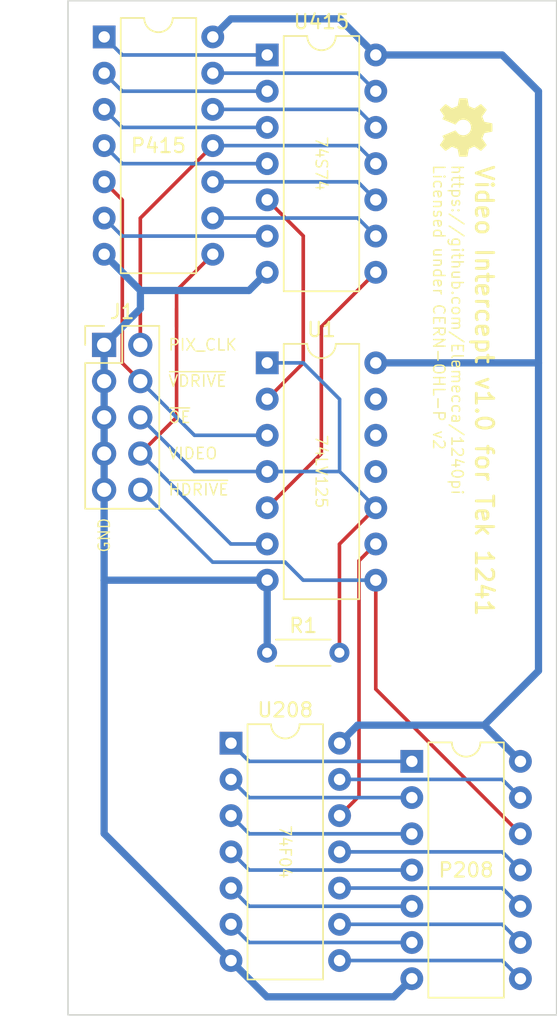
<source format=kicad_pcb>
(kicad_pcb (version 20211014) (generator pcbnew)
  (layers (0 "F.Cu" signal "Front") (31 "B.Cu" signal "Back") (34 "B.Paste" user) (35 "F.Paste" user) (36 "B.SilkS" user "B.Silkscreen") (37 "F.SilkS" user "F.Silkscreen") (38 "B.Mask" user) (39 "F.Mask" user) (44 "Edge.Cuts" user))
  (net 0 "")
  (net 1 "GND")
  (net 2 "+5V")
  (net 3 "/Display/PIX_CLK")
  (net 4 "/Display/~{HDRIVE}")
  (net 5 "/Display/~{VDRIVE}")
  (net 6 "/Display/~{OE}")
  (net 7 "/Display/VIDEO")
  (net 8 "Net-(U208-Pad1)")
  (net 9 "Net-(U208-Pad2)")
  (net 10 "Net-(U208-Pad3)")
  (net 11 "Net-(U208-Pad4)")
  (net 12 "Net-(U208-Pad5)")
  (net 13 "Net-(U208-Pad6)")
  (net 14 "Net-(U208-Pad8)")
  (net 15 "Net-(U208-Pad9)")
  (net 16 "Net-(U208-Pad10)")
  (net 17 "Net-(U208-Pad11)")
  (net 18 "Net-(U208-Pad13)")
  (net 19 "Net-(U415-Pad1)")
  (net 20 "Net-(U415-Pad2)")
  (net 21 "Net-(U415-Pad3)")
  (net 22 "Net-(U415-Pad4)")
  (net 23 "Net-(U415-Pad6)")
  (net 24 "Net-(U415-Pad9)")
  (net 25 "Net-(U415-Pad10)")
  (net 26 "Net-(U415-Pad12)")
  (net 27 "Net-(U415-Pad13)")
  (net 28 "Net-(U415-Pad8)")
  (net 29 "Net-(U1-Pad9)")
  (net 30 "Net-(U415-Pad5)")
  (footprint "Resistor_THT:R_Axial_DIN0204_L3.6mm_D1.6mm_P5.08mm_Horizontal" (layer "F.Cu") (at 118.11 93.98 180)
    (fp_text reference "R1" (at 2.54 1.905) (layer "F.SilkS"))
    (fp_text value "R")
    (fp_line (start 0.62 -0.92) (end 4.46 -0.92) (layer "F.SilkS") (width 0.12))
    (fp_line (start 0.62 0.92) (end 4.46 0.92) (layer "F.SilkS") (width 0.12))
    (pad "1" thru_hole circle (at 0 0 180) (size 1.4 1.4) (drill 0.7) (layers *.Cu *.Mask) (net 6 "/Display/~{OE}"))
    (pad "2" thru_hole oval (at 5.08 0 180) (size 1.4 1.4) (drill 0.7) (layers *.Cu *.Mask) (net 1 "GND"))
  )
  (footprint "Package_DIP:DIP-14_W7.62mm" (layer "F.Cu") (at 101.6 50.8)
    (fp_text reference "P415" (at 3.81 7.62) (layer "F.SilkS"))
    (fp_text value "Header")
    (fp_line (start 1.16 -1.33) (end 1.16 16.57) (layer "F.SilkS") (width 0.12))
    (fp_line (start 1.16 16.57) (end 6.46 16.57) (layer "F.SilkS") (width 0.12))
    (fp_line (start 6.46 16.57) (end 6.46 -1.33) (layer "F.SilkS") (width 0.12))
    (fp_line (start 6.46 -1.33) (end 4.81 -1.33) (layer "F.SilkS") (width 0.12))
    (fp_line (start 2.81 -1.33) (end 1.16 -1.33) (layer "F.SilkS") (width 0.12))
    (fp_arc (start 4.81 -1.33) (mid 3.81 -0.33) (end 2.81 -1.33) (layer "F.SilkS") (width 0.12))
    (pad "1" thru_hole rect locked (at 0 0) (size 1.6 1.6) (drill 0.8) (layers *.Cu *.Mask) (net 19 "Net-(U415-Pad1)"))
    (pad "2" thru_hole oval locked (at 0 2.54) (size 1.6 1.6) (drill 0.8) (layers *.Cu *.Mask) (net 20 "Net-(U415-Pad2)"))
    (pad "3" thru_hole oval locked (at 0 5.08) (size 1.6 1.6) (drill 0.8) (layers *.Cu *.Mask) (net 21 "Net-(U415-Pad3)"))
    (pad "4" thru_hole oval locked (at 0 7.62) (size 1.6 1.6) (drill 0.8) (layers *.Cu *.Mask) (net 22 "Net-(U415-Pad4)"))
    (pad "5" thru_hole oval locked (at 0 10.16) (size 1.6 1.6) (drill 0.8) (layers *.Cu *.Mask) (net 5 "/Display/~{VDRIVE}"))
    (pad "6" thru_hole oval locked (at 0 12.7) (size 1.6 1.6) (drill 0.8) (layers *.Cu *.Mask) (net 23 "Net-(U415-Pad6)"))
    (pad "7" thru_hole oval locked (at 0 15.24) (size 1.6 1.6) (drill 0.8) (layers *.Cu *.Mask) (net 1 "GND"))
    (pad "8" thru_hole oval locked (at 7.62 15.24) (size 1.6 1.6) (drill 0.8) (layers *.Cu *.Mask) (net 7 "/Display/VIDEO"))
    (pad "9" thru_hole oval locked (at 7.62 12.7) (size 1.6 1.6) (drill 0.8) (layers *.Cu *.Mask) (net 24 "Net-(U415-Pad9)"))
    (pad "10" thru_hole oval locked (at 7.62 10.16) (size 1.6 1.6) (drill 0.8) (layers *.Cu *.Mask) (net 25 "Net-(U415-Pad10)"))
    (pad "11" thru_hole oval locked (at 7.62 7.62) (size 1.6 1.6) (drill 0.8) (layers *.Cu *.Mask) (net 3 "/Display/PIX_CLK"))
    (pad "12" thru_hole oval locked (at 7.62 5.08) (size 1.6 1.6) (drill 0.8) (layers *.Cu *.Mask) (net 26 "Net-(U415-Pad12)"))
    (pad "13" thru_hole oval locked (at 7.62 2.54) (size 1.6 1.6) (drill 0.8) (layers *.Cu *.Mask) (net 27 "Net-(U415-Pad13)"))
    (pad "14" thru_hole oval locked (at 7.62 0) (size 1.6 1.6) (drill 0.8) (layers *.Cu *.Mask) (net 2 "+5V"))
  )
  (footprint "Package_DIP:DIP-14_W7.62mm" (layer "F.Cu") (at 123.19 101.6)
    (fp_text reference "P208" (at 3.81 7.62) (layer "F.SilkS"))
    (fp_text value "Header")
    (fp_line (start 6.46 16.57) (end 6.46 -1.33) (layer "F.SilkS") (width 0.12))
    (fp_line (start 6.46 -1.33) (end 4.81 -1.33) (layer "F.SilkS") (width 0.12))
    (fp_line (start 1.16 -1.33) (end 1.16 16.57) (layer "F.SilkS") (width 0.12))
    (fp_line (start 1.16 16.57) (end 6.46 16.57) (layer "F.SilkS") (width 0.12))
    (fp_line (start 2.81 -1.33) (end 1.16 -1.33) (layer "F.SilkS") (width 0.12))
    (fp_arc (start 4.81 -1.33) (mid 3.81 -0.33) (end 2.81 -1.33) (layer "F.SilkS") (width 0.12))
    (pad "1" thru_hole rect locked (at 0 0) (size 1.6 1.6) (drill 0.8) (layers *.Cu *.Mask) (net 8 "Net-(U208-Pad1)"))
    (pad "2" thru_hole oval locked (at 0 2.54) (size 1.6 1.6) (drill 0.8) (layers *.Cu *.Mask) (net 9 "Net-(U208-Pad2)"))
    (pad "3" thru_hole oval locked (at 0 5.08) (size 1.6 1.6) (drill 0.8) (layers *.Cu *.Mask) (net 10 "Net-(U208-Pad3)"))
    (pad "4" thru_hole oval locked (at 0 7.62) (size 1.6 1.6) (drill 0.8) (layers *.Cu *.Mask) (net 11 "Net-(U208-Pad4)"))
    (pad "5" thru_hole oval locked (at 0 10.16) (size 1.6 1.6) (drill 0.8) (layers *.Cu *.Mask) (net 12 "Net-(U208-Pad5)"))
    (pad "6" thru_hole oval locked (at 0 12.7) (size 1.6 1.6) (drill 0.8) (layers *.Cu *.Mask) (net 13 "Net-(U208-Pad6)"))
    (pad "7" thru_hole oval locked (at 0 15.24) (size 1.6 1.6) (drill 0.8) (layers *.Cu *.Mask) (net 1 "GND"))
    (pad "8" thru_hole oval locked (at 7.62 15.24) (size 1.6 1.6) (drill 0.8) (layers *.Cu *.Mask) (net 14 "Net-(U208-Pad8)"))
    (pad "9" thru_hole oval locked (at 7.62 12.7) (size 1.6 1.6) (drill 0.8) (layers *.Cu *.Mask) (net 15 "Net-(U208-Pad9)"))
    (pad "10" thru_hole oval locked (at 7.62 10.16) (size 1.6 1.6) (drill 0.8) (layers *.Cu *.Mask) (net 16 "Net-(U208-Pad10)"))
    (pad "11" thru_hole oval locked (at 7.62 7.62) (size 1.6 1.6) (drill 0.8) (layers *.Cu *.Mask) (net 17 "Net-(U208-Pad11)"))
    (pad "12" thru_hole oval locked (at 7.62 5.08) (size 1.6 1.6) (drill 0.8) (layers *.Cu *.Mask) (net 4 "/Display/~{HDRIVE}"))
    (pad "13" thru_hole oval locked (at 7.62 2.54) (size 1.6 1.6) (drill 0.8) (layers *.Cu *.Mask) (net 18 "Net-(U208-Pad13)"))
    (pad "14" thru_hole oval locked (at 7.62 0) (size 1.6 1.6) (drill 0.8) (layers *.Cu *.Mask) (net 2 "+5V"))
  )
  (footprint "Package_DIP:DIP-14_W7.62mm" (layer "F.Cu") (at 113.040008 73.654996)
    (fp_text reference "U1" (at 3.81 -2.33) (layer "F.SilkS"))
    (fp_text value "74LV125")
    (fp_text user "${VALUE}" (at 3.799992 7.625004 270 unlocked) (layer "F.SilkS") (effects (font (size 0.8 0.8) (thickness 0.1))))
    (fp_line (start 6.46 -1.33) (end 4.81 -1.33) (layer "F.SilkS") (width 0.12))
    (fp_line (start 6.46 16.57) (end 6.46 -1.33) (layer "F.SilkS") (width 0.12))
    (fp_line (start 1.16 16.57) (end 6.46 16.57) (layer "F.SilkS") (width 0.12))
    (fp_line (start 2.81 -1.33) (end 1.16 -1.33) (layer "F.SilkS") (width 0.12))
    (fp_line (start 1.16 -1.33) (end 1.16 16.57) (layer "F.SilkS") (width 0.12))
    (fp_arc (start 4.81 -1.33) (mid 3.81 -0.33) (end 2.81 -1.33) (layer "F.SilkS") (width 0.12))
    (pad "1" thru_hole rect (at 0 0) (size 1.6 1.6) (drill 0.8) (layers *.Cu *.Mask) (net 6 "/Display/~{OE}"))
    (pad "2" thru_hole oval (at 0 2.54) (size 1.6 1.6) (drill 0.8) (layers *.Cu *.Mask) (net 30 "Net-(U415-Pad5)"))
    (pad "3" thru_hole oval (at 0 5.08) (size 1.6 1.6) (drill 0.8) (layers *.Cu *.Mask) (net 5 "/Display/~{VDRIVE}"))
    (pad "4" thru_hole oval (at 0 7.62) (size 1.6 1.6) (drill 0.8) (layers *.Cu *.Mask) (net 6 "/Display/~{OE}"))
    (pad "5" thru_hole oval (at 0 10.16) (size 1.6 1.6) (drill 0.8) (layers *.Cu *.Mask) (net 28 "Net-(U415-Pad8)"))
    (pad "6" thru_hole oval (at 0 12.7) (size 1.6 1.6) (drill 0.8) (layers *.Cu *.Mask) (net 7 "/Display/VIDEO"))
    (pad "7" thru_hole oval (at 0 15.24) (size 1.6 1.6) (drill 0.8) (layers *.Cu *.Mask) (net 1 "GND"))
    (pad "8" thru_hole oval (at 7.62 15.24) (size 1.6 1.6) (drill 0.8) (layers *.Cu *.Mask) (net 4 "/Display/~{HDRIVE}"))
    (pad "9" thru_hole oval (at 7.62 12.7) (size 1.6 1.6) (drill 0.8) (layers *.Cu *.Mask) (net 29 "Net-(U1-Pad9)"))
    (pad "10" thru_hole oval (at 7.62 10.16) (size 1.6 1.6) (drill 0.8) (layers *.Cu *.Mask) (net 6 "/Display/~{OE}"))
    (pad "11" thru_hole oval (at 7.62 7.62) (size 1.6 1.6) (drill 0.8) (layers *.Cu *.Mask))
    (pad "12" thru_hole oval (at 7.62 5.08) (size 1.6 1.6) (drill 0.8) (layers *.Cu *.Mask))
    (pad "13" thru_hole oval (at 7.62 2.54) (size 1.6 1.6) (drill 0.8) (layers *.Cu *.Mask))
    (pad "14" thru_hole oval (at 7.62 0) (size 1.6 1.6) (drill 0.8) (layers *.Cu *.Mask) (net 2 "+5V"))
  )
  (footprint "0Local:OSHW" (layer "F.Cu") (at 127 57.15 -90)
    (fp_text reference "OSHW" hide)
    (fp_text value "LOGO" hide)
    (fp_poly (pts (xy 2.009917 -0.081788) (xy 1.510932 -0.17458) (xy 1.481398 -0.19998) (xy 1.328445 -0.556819) (xy 1.330872 -0.595399) (xy 1.6216 -1.019136) (xy 1.618414 -1.053617) (xy 1.255293 -1.416739) (xy 1.220842 -1.419928) (xy 0.789667 -1.124038) (xy 0.750905 -1.121215) (xy 0.404995 -1.262815) (xy 0.379496 -1.292016) (xy 0.283426 -1.808119) (xy 0.256807 -1.830245) (xy -0.256778 -1.830245) (xy -0.283369 -1.808119) (xy -0.379408 -1.292016) (xy -0.404904 -1.262815) (xy -0.750845 -1.121215) (xy -0.789607 -1.124038) (xy -1.220751 -1.419928) (xy -1.255233 -1.416739) (xy -1.618385 -1.053617) (xy -1.621571 -1.019136) (xy -1.330813 -0.595399) (xy -1.328414 -0.556819) (xy -1.481397 -0.19998) (xy -1.510931 -0.17458) (xy -2.009886 -0.081788) (xy -2.032015 -0.055146) (xy -2.031984 0.458408) (xy -2.009855 0.48505) (xy -1.523133 0.575626) (xy -1.494236 0.601224) (xy -1.342286 0.980796) (xy -1.34517 1.019559) (xy -1.621632 1.422442) (xy -1.618445 1.456955) (xy -1.255263 1.820077) (xy -1.220781 1.823266) (xy -0.82503 1.551632) (xy -0.787087 1.550221) (xy -0.612553 1.643408) (xy -0.583869 1.632853) (xy -0.223996 0.763309) (xy -0.234559 0.7308) (xy -0.278238 0.704046) (xy -0.305859 0.682879) (xy -0.443842 0.558673) (xy -0.535025 0.395419) (xy -0.567964 0.204476) (xy -0.539007 0.024957) (xy -0.458375 -0.130951) (xy -0.335428 -0.253894) (xy -0.179521 -0.33452) (xy -0.000015 -0.363474) (xy 0.179488 -0.33452) (xy 0.335387 -0.253894) (xy 0.458326 -0.130951) (xy 0.53895 0.024957) (xy 0.567903 0.204476) (xy 0.534972 0.395419) (xy 0.443795 0.558673) (xy 0.305799 0.682879) (xy 0.278237 0.704046) (xy 0.234558 0.7308) (xy 0.223994 0.763309) (xy 0.583838 1.632884) (xy 0.612522 1.643439) (xy 0.787056 1.550255) (xy 0.824998 1.551666) (xy 1.22078 1.823302) (xy 1.255232 1.820113) (xy 1.618414 1.456992) (xy 1.6216 1.422479) (xy 1.345108 1.019593) (xy 1.342255 0.980832) (xy 1.494205 0.601257) (xy 1.523072 0.57566) (xy 2.009794 0.485084) (xy 2.031923 0.458442) (xy 2.031985 -0.055107) (xy 2.009918 -0.081777) (xy 2.009917 -0.081788)) (layer "F.SilkS") (width 0.030354) (fill solid))
  )
  (footprint "Package_DIP:DIP-14_W7.62mm" (layer "F.Cu") (at 110.500008 100.324996)
    (fp_text reference "U208" (at 3.81 -2.33) (layer "F.SilkS"))
    (fp_text value "74F04")
    (fp_text user "${VALUE}" (at 3.799992 7.625004 270 unlocked) (layer "F.SilkS") (effects (font (size 0.8 0.8) (thickness 0.1))))
    (fp_line (start 2.81 -1.33) (end 1.16 -1.33) (layer "F.SilkS") (width 0.12))
    (fp_line (start 1.16 16.57) (end 6.46 16.57) (layer "F.SilkS") (width 0.12))
    (fp_line (start 1.16 -1.33) (end 1.16 16.57) (layer "F.SilkS") (width 0.12))
    (fp_line (start 6.46 -1.33) (end 4.81 -1.33) (layer "F.SilkS") (width 0.12))
    (fp_line (start 6.46 16.57) (end 6.46 -1.33) (layer "F.SilkS") (width 0.12))
    (fp_arc (start 4.81 -1.33) (mid 3.81 -0.33) (end 2.81 -1.33) (layer "F.SilkS") (width 0.12))
    (pad "1" thru_hole rect (at 0 0) (size 1.6 1.6) (drill 0.8) (layers *.Cu *.Mask) (net 8 "Net-(U208-Pad1)"))
    (pad "2" thru_hole oval (at 0 2.54) (size 1.6 1.6) (drill 0.8) (layers *.Cu *.Mask) (net 9 "Net-(U208-Pad2)"))
    (pad "3" thru_hole oval (at 0 5.08) (size 1.6 1.6) (drill 0.8) (layers *.Cu *.Mask) (net 10 "Net-(U208-Pad3)"))
    (pad "4" thru_hole oval (at 0 7.62) (size 1.6 1.6) (drill 0.8) (layers *.Cu *.Mask) (net 11 "Net-(U208-Pad4)"))
    (pad "5" thru_hole oval (at 0 10.16) (size 1.6 1.6) (drill 0.8) (layers *.Cu *.Mask) (net 12 "Net-(U208-Pad5)"))
    (pad "6" thru_hole oval (at 0 12.7) (size 1.6 1.6) (drill 0.8) (layers *.Cu *.Mask) (net 13 "Net-(U208-Pad6)"))
    (pad "7" thru_hole oval (at 0 15.24) (size 1.6 1.6) (drill 0.8) (layers *.Cu *.Mask) (net 1 "GND"))
    (pad "8" thru_hole oval (at 7.62 15.24) (size 1.6 1.6) (drill 0.8) (layers *.Cu *.Mask) (net 14 "Net-(U208-Pad8)"))
    (pad "9" thru_hole oval (at 7.62 12.7) (size 1.6 1.6) (drill 0.8) (layers *.Cu *.Mask) (net 15 "Net-(U208-Pad9)"))
    (pad "10" thru_hole oval (at 7.62 10.16) (size 1.6 1.6) (drill 0.8) (layers *.Cu *.Mask) (net 16 "Net-(U208-Pad10)"))
    (pad "11" thru_hole oval (at 7.62 7.62) (size 1.6 1.6) (drill 0.8) (layers *.Cu *.Mask) (net 17 "Net-(U208-Pad11)"))
    (pad "12" thru_hole oval (at 7.62 5.08) (size 1.6 1.6) (drill 0.8) (layers *.Cu *.Mask) (net 29 "Net-(U1-Pad9)"))
    (pad "13" thru_hole oval (at 7.62 2.54) (size 1.6 1.6) (drill 0.8) (layers *.Cu *.Mask) (net 18 "Net-(U208-Pad13)"))
    (pad "14" thru_hole oval (at 7.62 0) (size 1.6 1.6) (drill 0.8) (layers *.Cu *.Mask) (net 2 "+5V"))
  )
  (footprint "Package_DIP:DIP-14_W7.62mm" (layer "F.Cu") (at 113.040008 52.064996)
    (fp_text reference "U415" (at 3.81 -2.33) (layer "F.SilkS"))
    (fp_text value "74S74")
    (fp_text user "${VALUE}" (at 3.799992 7.625004 270 unlocked) (layer "F.SilkS") (effects (font (size 0.8 0.8) (thickness 0.1))))
    (fp_line (start 6.46 16.57) (end 6.46 -1.33) (layer "F.SilkS") (width 0.12))
    (fp_line (start 1.16 -1.33) (end 1.16 16.57) (layer "F.SilkS") (width 0.12))
    (fp_line (start 6.46 -1.33) (end 4.81 -1.33) (layer "F.SilkS") (width 0.12))
    (fp_line (start 2.81 -1.33) (end 1.16 -1.33) (layer "F.SilkS") (width 0.12))
    (fp_line (start 1.16 16.57) (end 6.46 16.57) (layer "F.SilkS") (width 0.12))
    (fp_arc (start 4.81 -1.33) (mid 3.81 -0.33) (end 2.81 -1.33) (layer "F.SilkS") (width 0.12))
    (pad "1" thru_hole rect (at 0 0) (size 1.6 1.6) (drill 0.8) (layers *.Cu *.Mask) (net 19 "Net-(U415-Pad1)"))
    (pad "2" thru_hole oval (at 0 2.54) (size 1.6 1.6) (drill 0.8) (layers *.Cu *.Mask) (net 20 "Net-(U415-Pad2)"))
    (pad "3" thru_hole oval (at 0 5.08) (size 1.6 1.6) (drill 0.8) (layers *.Cu *.Mask) (net 21 "Net-(U415-Pad3)"))
    (pad "4" thru_hole oval (at 0 7.62) (size 1.6 1.6) (drill 0.8) (layers *.Cu *.Mask) (net 22 "Net-(U415-Pad4)"))
    (pad "5" thru_hole oval (at 0 10.16) (size 1.6 1.6) (drill 0.8) (layers *.Cu *.Mask) (net 30 "Net-(U415-Pad5)"))
    (pad "6" thru_hole oval (at 0 12.7) (size 1.6 1.6) (drill 0.8) (layers *.Cu *.Mask) (net 23 "Net-(U415-Pad6)"))
    (pad "7" thru_hole oval (at 0 15.24) (size 1.6 1.6) (drill 0.8) (layers *.Cu *.Mask) (net 1 "GND"))
    (pad "8" thru_hole oval (at 7.62 15.24) (size 1.6 1.6) (drill 0.8) (layers *.Cu *.Mask) (net 28 "Net-(U415-Pad8)"))
    (pad "9" thru_hole oval (at 7.62 12.7) (size 1.6 1.6) (drill 0.8) (layers *.Cu *.Mask) (net 24 "Net-(U415-Pad9)"))
    (pad "10" thru_hole oval (at 7.62 10.16) (size 1.6 1.6) (drill 0.8) (layers *.Cu *.Mask) (net 25 "Net-(U415-Pad10)"))
    (pad "11" thru_hole oval (at 7.62 7.62) (size 1.6 1.6) (drill 0.8) (layers *.Cu *.Mask) (net 3 "/Display/PIX_CLK"))
    (pad "12" thru_hole oval (at 7.62 5.08) (size 1.6 1.6) (drill 0.8) (layers *.Cu *.Mask) (net 26 "Net-(U415-Pad12)"))
    (pad "13" thru_hole oval (at 7.62 2.54) (size 1.6 1.6) (drill 0.8) (layers *.Cu *.Mask) (net 27 "Net-(U415-Pad13)"))
    (pad "14" thru_hole oval (at 7.62 0) (size 1.6 1.6) (drill 0.8) (layers *.Cu *.Mask) (net 2 "+5V"))
  )
  (footprint "Connector_PinHeader_2.54mm:PinHeader_2x05_P2.54mm_Vertical" (layer "F.Cu") (at 101.595 72.395)
    (fp_text reference "J1" (at 1.27 -2.33) (layer "F.SilkS"))
    (fp_text value "Conn_02x05_Odd_Even")
    (fp_line (start 1.27 -1.33) (end 3.87 -1.33) (layer "F.SilkS") (width 0.12))
    (fp_line (start -1.33 -1.33) (end 0 -1.33) (layer "F.SilkS") (width 0.12))
    (fp_line (start -1.33 1.27) (end 1.27 1.27) (layer "F.SilkS") (width 0.12))
    (fp_line (start -1.33 11.49) (end 3.87 11.49) (layer "F.SilkS") (width 0.12))
    (fp_line (start 1.27 1.27) (end 1.27 -1.33) (layer "F.SilkS") (width 0.12))
    (fp_line (start 3.87 -1.33) (end 3.87 11.49) (layer "F.SilkS") (width 0.12))
    (fp_line (start -1.33 0) (end -1.33 -1.33) (layer "F.SilkS") (width 0.12))
    (fp_line (start -1.33 1.27) (end -1.33 11.49) (layer "F.SilkS") (width 0.12))
    (pad "1" thru_hole rect (at 0 0) (size 1.7 1.7) (drill 1) (layers *.Cu *.Mask) (net 1 "GND"))
    (pad "2" thru_hole oval (at 2.54 0) (size 1.7 1.7) (drill 1) (layers *.Cu *.Mask) (net 3 "/Display/PIX_CLK"))
    (pad "3" thru_hole oval (at 0 2.54) (size 1.7 1.7) (drill 1) (layers *.Cu *.Mask) (net 1 "GND"))
    (pad "4" thru_hole oval (at 2.54 2.54) (size 1.7 1.7) (drill 1) (layers *.Cu *.Mask) (net 5 "/Display/~{VDRIVE}"))
    (pad "5" thru_hole oval (at 0 5.08) (size 1.7 1.7) (drill 1) (layers *.Cu *.Mask) (net 1 "GND"))
    (pad "6" thru_hole oval (at 2.54 5.08) (size 1.7 1.7) (drill 1) (layers *.Cu *.Mask) (net 6 "/Display/~{OE}"))
    (pad "7" thru_hole oval (at 0 7.62) (size 1.7 1.7) (drill 1) (layers *.Cu *.Mask) (net 1 "GND"))
    (pad "8" thru_hole oval (at 2.54 7.62) (size 1.7 1.7) (drill 1) (layers *.Cu *.Mask) (net 7 "/Display/VIDEO"))
    (pad "9" thru_hole oval (at 0 10.16) (size 1.7 1.7) (drill 1) (layers *.Cu *.Mask) (net 1 "GND"))
    (pad "10" thru_hole oval (at 2.54 10.16) (size 1.7 1.7) (drill 1) (layers *.Cu *.Mask) (net 4 "/Display/~{HDRIVE}"))
  )
  (gr_rect locked (start 99.06 48.26) (end 133.35 119.38) (layer "Edge.Cuts") (width 0.1) (fill none))
  (gr_text "VIDEO" (at 106.045 80.01) (layer "F.SilkS") (effects (font (size 0.8 0.8) (thickness 0.1)) (justify left)))
  (gr_text "~{OE}" (at 106.045 77.47) (layer "F.SilkS") (effects (font (size 0.8 0.8) (thickness 0.1)) (justify left)))
  (gr_text "Video Intercept v1.0 for Tek 1241" (at 128.27 59.69 270) (layer "F.SilkS") (effects (font (size 1.2192 1.2192) (thickness 0.2032)) (justify left)))
  (gr_text "https://github.com/Elemecca/1240pi\nLicensed under CERN-OHL-P v2" (at 125.73 59.69 -90) (layer "F.SilkS") (effects (font (size 0.8 0.8) (thickness 0.1)) (justify left)))
  (gr_text "GND" (at 101.6 84.455 90) (layer "F.SilkS") (effects (font (size 0.8 0.8) (thickness 0.1)) (justify right)))
  (gr_text "PIX_CLK" (at 106.045 72.39) (layer "F.SilkS") (effects (font (size 0.8 0.8) (thickness 0.1)) (justify left)))
  (gr_text "~{HDRIVE}" (at 106.045 82.55) (layer "F.SilkS") (effects (font (size 0.8 0.8) (thickness 0.1)) (justify left)))
  (gr_text "~{VDRIVE}" (at 106.045 74.93) (layer "F.SilkS") (effects (font (size 0.8 0.8) (thickness 0.1)) (justify left)))
  (segment (start 113.02 118.11) (end 121.92 118.11) (width 0.508) (layer "B.Cu") (net 1))
  (segment (start 101.595 72.395) (end 104.14 69.85) (width 0.508) (layer "B.Cu") (net 1))
  (segment (start 110.5 115.565) (end 110.5 115.59) (width 0.508) (layer "B.Cu") (net 1))
  (segment (start 110.5 115.59) (end 113.02 118.11) (width 0.508) (layer "B.Cu") (net 1))
  (segment (start 113.04 93.97) (end 113.03 93.98) (width 0.508) (layer "B.Cu") (net 1))
  (segment (start 104.14 68.58) (end 111.765 68.58) (width 0.508) (layer "B.Cu") (net 1))
  (segment (start 103.664999 68.104999) (end 104.14 68.58) (width 0.508) (layer "B.Cu") (net 1))
  (segment (start 101.595 88.905) (end 101.595 106.66) (width 0.508) (layer "B.Cu") (net 1))
  (segment (start 101.595 82.555) (end 101.595 88.905) (width 0.508) (layer "B.Cu") (net 1))
  (segment (start 113.04 88.895) (end 101.605 88.895) (width 0.508) (layer "B.Cu") (net 1))
  (segment (start 104.14 69.85) (end 104.14 68.58) (width 0.508) (layer "B.Cu") (net 1))
  (segment (start 113.04 88.895) (end 113.04 93.97) (width 0.508) (layer "B.Cu") (net 1))
  (segment (start 101.6 66.04) (end 103.664999 68.104999) (width 0.508) (layer "B.Cu") (net 1))
  (segment (start 101.595 72.395) (end 101.595 82.555) (width 0.508) (layer "B.Cu") (net 1))
  (segment (start 111.765 68.58) (end 113.04 67.305) (width 0.508) (layer "B.Cu") (net 1))
  (segment (start 101.595 106.66) (end 110.5 115.565) (width 0.508) (layer "B.Cu") (net 1))
  (segment (start 101.605 88.895) (end 101.595 88.905) (width 0.508) (layer "B.Cu") (net 1))
  (segment (start 121.92 118.11) (end 123.19 116.84) (width 0.508) (layer "B.Cu") (net 1))
  (segment (start 118.125 49.53) (end 120.66 52.065) (width 0.508) (layer "B.Cu") (net 2))
  (segment (start 119.38 99.065) (end 119.38 99.06) (width 0.508) (layer "B.Cu") (net 2))
  (segment (start 132.075 73.655) (end 120.66 73.655) (width 0.508) (layer "B.Cu") (net 2))
  (segment (start 119.38 99.06) (end 128.27 99.06) (width 0.508) (layer "B.Cu") (net 2))
  (segment (start 132.08 73.66) (end 132.075 73.655) (width 0.508) (layer "B.Cu") (net 2))
  (segment (start 129.535 52.065) (end 132.08 54.61) (width 0.508) (layer "B.Cu") (net 2))
  (segment (start 120.66 52.065) (end 129.535 52.065) (width 0.508) (layer "B.Cu") (net 2))
  (segment (start 128.27 99.06) (end 130.81 101.6) (width 0.508) (layer "B.Cu") (net 2))
  (segment (start 109.22 50.8) (end 110.49 49.53) (width 0.508) (layer "B.Cu") (net 2))
  (segment (start 132.08 54.61) (end 132.08 73.66) (width 0.508) (layer "B.Cu") (net 2))
  (segment (start 132.08 73.66) (end 132.08 95.25) (width 0.508) (layer "B.Cu") (net 2))
  (segment (start 118.12 100.325) (end 119.38 99.065) (width 0.508) (layer "B.Cu") (net 2))
  (segment (start 128.27 99.06) (end 132.08 95.25) (width 0.508) (layer "B.Cu") (net 2))
  (segment (start 110.49 49.53) (end 118.125 49.53) (width 0.508) (layer "B.Cu") (net 2))
  (segment (start 104.135 63.505) (end 104.135 72.395) (width 0.254) (layer "F.Cu") (net 3))
  (segment (start 104.135 63.505) (end 109.22 58.42) (width 0.254) (layer "F.Cu") (net 3))
  (segment (start 109.22 58.42) (end 119.395 58.42) (width 0.254) (layer "B.Cu") (net 3))
  (segment (start 119.395 58.42) (end 120.66 59.685) (width 0.254) (layer "B.Cu") (net 3))
  (segment (start 120.66 96.53) (end 120.66 88.895) (width 0.254) (layer "F.Cu") (net 4))
  (segment (start 130.81 106.68) (end 120.66 96.53) (width 0.254) (layer "F.Cu") (net 4))
  (segment (start 115.565 88.895) (end 120.66 88.895) (width 0.254) (layer "B.Cu") (net 4))
  (segment (start 114.3 87.63) (end 115.565 88.895) (width 0.254) (layer "B.Cu") (net 4))
  (segment (start 109.21 87.63) (end 114.3 87.63) (width 0.254) (layer "B.Cu") (net 4))
  (segment (start 104.135 82.555) (end 109.21 87.63) (width 0.254) (layer "B.Cu") (net 4))
  (segment (start 104.135 74.935) (end 102.87 73.67) (width 0.254) (layer "F.Cu") (net 5))
  (segment (start 102.87 73.67) (end 102.87 62.23) (width 0.254) (layer "F.Cu") (net 5))
  (segment (start 102.821511 62.181511) (end 101.6 60.96) (width 0.254) (layer "F.Cu") (net 5))
  (segment (start 107.935 78.735) (end 113.04 78.735) (width 0.254) (layer "B.Cu") (net 5))
  (segment (start 104.135 74.935) (end 107.935 78.735) (width 0.254) (layer "B.Cu") (net 5))
  (segment (start 118.11 93.98) (end 118.11 86.365) (width 0.254) (layer "F.Cu") (net 6))
  (segment (start 118.11 86.365) (end 120.66 83.815) (width 0.254) (layer "F.Cu") (net 6))
  (segment (start 113.04 81.275) (end 118.12 81.275) (width 0.254) (layer "B.Cu") (net 6))
  (segment (start 118.12 76.2025) (end 115.5725 73.655) (width 0.254) (layer "B.Cu") (net 6))
  (segment (start 118.12 81.275) (end 120.66 83.815) (width 0.254) (layer "B.Cu") (net 6))
  (segment (start 107.935 81.275) (end 113.04 81.275) (width 0.254) (layer "B.Cu") (net 6))
  (segment (start 115.5725 73.655) (end 113.04 73.655) (width 0.254) (layer "B.Cu") (net 6))
  (segment (start 118.12 81.275) (end 118.12 76.2025) (width 0.254) (layer "B.Cu") (net 6))
  (segment (start 104.135 77.475) (end 107.935 81.275) (width 0.254) (layer "B.Cu") (net 6))
  (segment (start 104.135 80.015) (end 106.68 77.47) (width 0.254) (layer "F.Cu") (net 7))
  (segment (start 109.22 66.04) (end 106.68 68.58) (width 0.254) (layer "F.Cu") (net 7))
  (segment (start 106.68 68.58) (end 106.68 71.12) (width 0.254) (layer "F.Cu") (net 7))
  (segment (start 106.68 77.47) (end 106.68 69.85) (width 0.254) (layer "F.Cu") (net 7))
  (segment (start 110.485 86.355) (end 113.04 86.355) (width 0.254) (layer "B.Cu") (net 7))
  (segment (start 104.135 80.015) (end 104.145 80.015) (width 0.254) (layer "B.Cu") (net 7))
  (segment (start 104.145 80.015) (end 110.485 86.355) (width 0.254) (layer "B.Cu") (net 7))
  (segment (start 111.775 101.6) (end 123.19 101.6) (width 0.254) (layer "B.Cu") (net 8))
  (segment (start 110.5 100.325) (end 111.775 101.6) (width 0.254) (layer "B.Cu") (net 8))
  (segment (start 110.5 102.865) (end 111.775 104.14) (width 0.254) (layer "B.Cu") (net 9))
  (segment (start 111.775 104.14) (end 123.19 104.14) (width 0.254) (layer "B.Cu") (net 9))
  (segment (start 111.775 106.68) (end 123.19 106.68) (width 0.254) (layer "B.Cu") (net 10))
  (segment (start 110.5 105.405) (end 111.775 106.68) (width 0.254) (layer "B.Cu") (net 10))
  (segment (start 110.5 107.945) (end 111.775 109.22) (width 0.254) (layer "B.Cu") (net 11))
  (segment (start 111.775 109.22) (end 123.19 109.22) (width 0.254) (layer "B.Cu") (net 11))
  (segment (start 111.775 111.76) (end 123.19 111.76) (width 0.254) (layer "B.Cu") (net 12))
  (segment (start 110.5 110.485) (end 111.775 111.76) (width 0.254) (layer "B.Cu") (net 12))
  (segment (start 111.775 114.3) (end 123.19 114.3) (width 0.254) (layer "B.Cu") (net 13))
  (segment (start 110.5 113.025) (end 111.775 114.3) (width 0.254) (layer "B.Cu") (net 13))
  (segment (start 118.12 115.565) (end 129.535 115.565) (width 0.254) (layer "B.Cu") (net 14))
  (segment (start 129.535 115.565) (end 130.81 116.84) (width 0.254) (layer "B.Cu") (net 14))
  (segment (start 129.535 113.025) (end 130.81 114.3) (width 0.254) (layer "B.Cu") (net 15))
  (segment (start 118.12 113.025) (end 129.535 113.025) (width 0.254) (layer "B.Cu") (net 15))
  (segment (start 129.535 110.485) (end 130.81 111.76) (width 0.254) (layer "B.Cu") (net 16))
  (segment (start 118.12 110.485) (end 129.535 110.485) (width 0.254) (layer "B.Cu") (net 16))
  (segment (start 129.535 107.945) (end 130.81 109.22) (width 0.254) (layer "B.Cu") (net 17))
  (segment (start 118.12 107.945) (end 129.535 107.945) (width 0.254) (layer "B.Cu") (net 17))
  (segment (start 118.12 102.865) (end 129.535 102.865) (width 0.254) (layer "B.Cu") (net 18))
  (segment (start 129.535 102.865) (end 130.81 104.14) (width 0.254) (layer "B.Cu") (net 18))
  (segment (start 102.865 52.065) (end 113.04 52.065) (width 0.254) (layer "B.Cu") (net 19))
  (segment (start 101.6 50.8) (end 102.865 52.065) (width 0.254) (layer "B.Cu") (net 19))
  (segment (start 102.865 54.605) (end 113.04 54.605) (width 0.254) (layer "B.Cu") (net 20))
  (segment (start 101.6 53.34) (end 102.865 54.605) (width 0.254) (layer "B.Cu") (net 20))
  (segment (start 102.865 57.145) (end 113.04 57.145) (width 0.254) (layer "B.Cu") (net 21))
  (segment (start 101.6 55.88) (end 102.865 57.145) (width 0.254) (layer "B.Cu") (net 21))
  (segment (start 101.6 58.42) (end 102.865 59.685) (width 0.254) (layer "B.Cu") (net 22))
  (segment (start 102.865 59.685) (end 113.04 59.685) (width 0.254) (layer "B.Cu") (net 22))
  (segment (start 102.865 64.765) (end 113.04 64.765) (width 0.254) (layer "B.Cu") (net 23))
  (segment (start 101.6 63.5) (end 102.865 64.765) (width 0.254) (layer "B.Cu") (net 23))
  (segment (start 119.395 63.5) (end 120.66 64.765) (width 0.254) (layer "B.Cu") (net 24))
  (segment (start 109.22 63.5) (end 119.395 63.5) (width 0.254) (layer "B.Cu") (net 24))
  (segment (start 109.22 60.96) (end 119.395 60.96) (width 0.254) (layer "B.Cu") (net 25))
  (segment (start 119.395 60.96) (end 120.66 62.225) (width 0.254) (layer "B.Cu") (net 25))
  (segment (start 109.22 55.88) (end 119.395 55.88) (width 0.254) (layer "B.Cu") (net 26))
  (segment (start 119.395 55.88) (end 120.66 57.145) (width 0.254) (layer "B.Cu") (net 26))
  (segment (start 109.22 53.34) (end 119.395 53.34) (width 0.254) (layer "B.Cu") (net 27))
  (segment (start 119.395 53.34) (end 120.66 54.605) (width 0.254) (layer "B.Cu") (net 27))
  (segment (start 116.84 71.125) (end 120.66 67.305) (width 0.254) (layer "F.Cu") (net 28))
  (segment (start 116.84 80.015) (end 116.84 71.125) (width 0.254) (layer "F.Cu") (net 28))
  (segment (start 113.04 83.815) (end 116.84 80.015) (width 0.254) (layer "F.Cu") (net 28))
  (segment (start 119.483489 104.041511) (end 119.483489 87.531511) (width 0.254) (layer "F.Cu") (net 29))
  (segment (start 119.483489 87.531511) (end 120.66 86.355) (width 0.254) (layer "F.Cu") (net 29))
  (segment (start 118.12 105.405) (end 119.483489 104.041511) (width 0.254) (layer "F.Cu") (net 29))
  (segment (start 115.57 73.665) (end 115.57 64.755) (width 0.254) (layer "F.Cu") (net 30))
  (segment (start 113.04 76.195) (end 115.57 73.665) (width 0.254) (layer "F.Cu") (net 30))
  (segment (start 115.57 64.755) (end 113.04 62.225) (width 0.254) (layer "F.Cu") (net 30))
)
</source>
